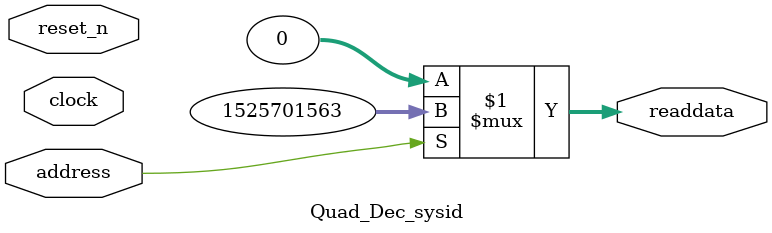
<source format=v>

`timescale 1ns / 1ps
// synthesis translate_on

// turn off superfluous verilog processor warnings 
// altera message_level Level1 
// altera message_off 10034 10035 10036 10037 10230 10240 10030 

module Quad_Dec_sysid (
               // inputs:
                address,
                clock,
                reset_n,

               // outputs:
                readdata
             )
;

  output  [ 31: 0] readdata;
  input            address;
  input            clock;
  input            reset_n;

  wire    [ 31: 0] readdata;
  //control_slave, which is an e_avalon_slave
  assign readdata = address ? 1525701563 : 0;

endmodule




</source>
